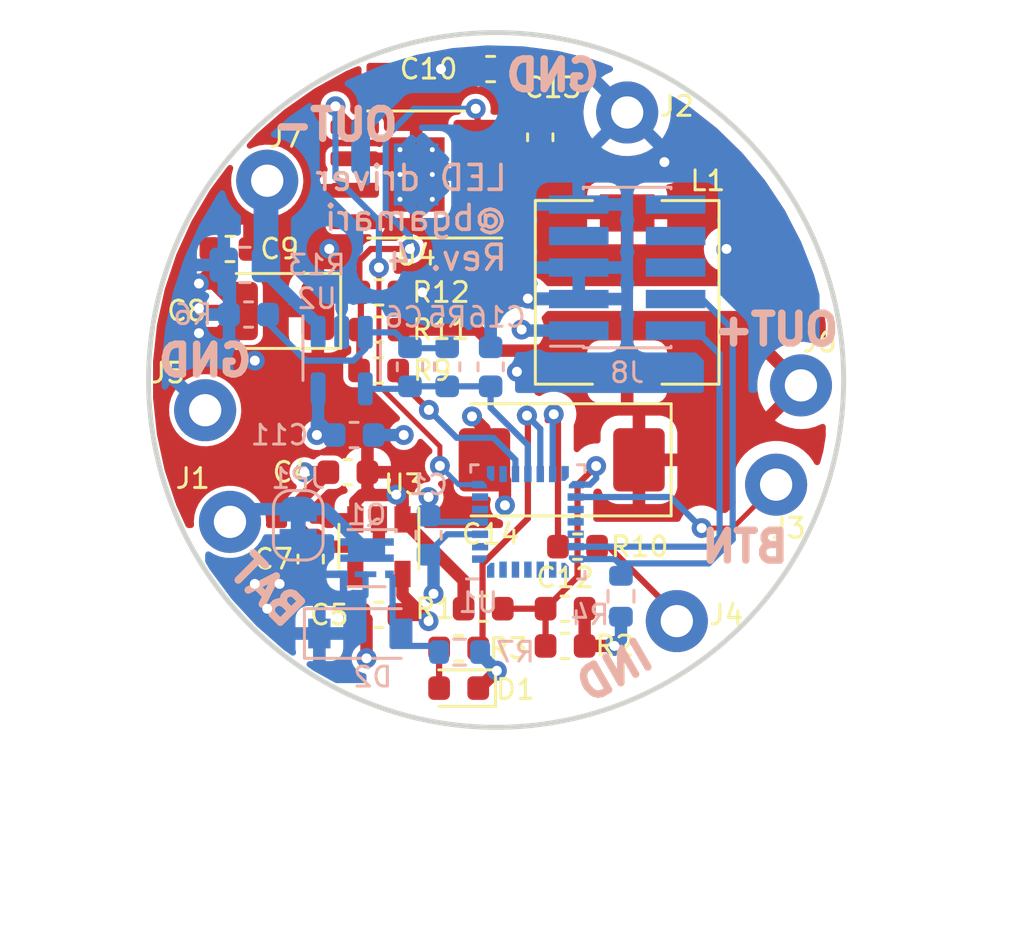
<source format=kicad_pcb>
(kicad_pcb (version 20210424) (generator pcbnew)
  (title_block (title "LED lamp driver") (date "2021-05-28") (rev "4"))
  (layers (0 "F.Cu" signal) (1 "In1.Cu" signal) (2 "In2.Cu" signal) (31 "B.Cu" signal) (34 "B.Paste" user) (35 "F.Paste" user) (36 "B.SilkS" user "B.Silkscreen") (37 "F.SilkS" user "F.Silkscreen") (38 "B.Mask" user) (39 "F.Mask" user) (44 "Edge.Cuts" user))
  (net 0 "")
  (net 1 "/SWDIO")
  (net 2 "/ISENSE")
  (net 3 "GND")
  (net 4 "/SETPOINT")
  (net 5 "+3V3")
  (net 6 "/EN")
  (net 7 "/BTN")
  (net 8 "/LED_P")
  (net 9 "/SW")
  (net 10 "/LED1")
  (net 11 "/LED2")
  (net 12 "Net-(C6-Pad1)")
  (net 13 "Net-(D1-Pad2)")
  (net 14 "Net-(J4-Pad1)")
  (net 15 "Net-(C7-Pad1)")
  (net 16 "/~RESET")
  (net 18 "Net-(C10-Pad1)")
  (net 19 "Net-(R11-Pad2)")
  (net 21 "/RESET")
  (net 23 "/SWDCLK")
  (net 24 "/ISENSE_BUFD")
  (net 38 "Net-(C13-Pad1)")
  (net 39 "/VBAT_SENSE")
  (net 43 "/Vin")
  (net 44 "/Vbat")
  (net 45 "Net-(D2-Pad2)")
  (footprint "Resistor_SMD:R_0603_1608Metric" (layer "F.Cu") (at 131 80.25)
    (fp_text reference "R12" (at 2.5 0 unlocked) (layer "F.SilkS") (effects (font (size 0.8 0.8) (thickness 0.12))))
    (fp_text value "47k")
    (pad "1" smd roundrect locked (at -0.7875 0) (size 0.875 0.95) (layers "F.Cu" "F.Paste" "F.Mask") (net 19 "Net-(R11-Pad2)"))
    (pad "2" smd roundrect locked (at 0.7875 0) (size 0.875 0.95) (layers "F.Cu" "F.Paste" "F.Mask") (net 3 "GND"))
  )
  (footprint "Resistor_SMD:R_0603_1608Metric" (layer "F.Cu") (at 131 81.75 180)
    (fp_text reference "R11" (at -2.5 0 unlocked) (layer "F.SilkS") (effects (font (size 0.8 0.8) (thickness 0.12))))
    (fp_text value "100k")
    (pad "1" smd roundrect locked (at -0.7875 0 180) (size 0.875 0.95) (layers "F.Cu" "F.Paste" "F.Mask") (net 8 "/LED_P"))
    (pad "2" smd roundrect locked (at 0.7875 0 180) (size 0.875 0.95) (layers "F.Cu" "F.Paste" "F.Mask") (net 19 "Net-(R11-Pad2)"))
  )
  (footprint "Resistor_SMD:R_0603_1608Metric" (layer "F.Cu") (at 130.9875 83.4)
    (fp_text reference "R9" (at 2.1625 0 unlocked) (layer "F.SilkS") (effects (font (size 0.8 0.8) (thickness 0.12))))
    (fp_text value "220k")
    (pad "1" smd roundrect locked (at -0.7875 0) (size 0.875 0.95) (layers "F.Cu" "F.Paste" "F.Mask") (net 19 "Net-(R11-Pad2)"))
    (pad "2" smd roundrect locked (at 0.7875 0) (size 0.875 0.95) (layers "F.Cu" "F.Paste" "F.Mask") (net 4 "/SETPOINT"))
  )
  (footprint "Resistor_SMD:R_0603_1608Metric" (layer "F.Cu") (at 134.2125 94.6)
    (fp_text reference "R3" (at 2 0 unlocked) (layer "F.SilkS") (effects (font (size 0.8 0.8) (thickness 0.12))))
    (fp_text value "1k")
    (pad "1" smd roundrect locked (at -0.7875 0) (size 0.875 0.95) (layers "F.Cu" "F.Paste" "F.Mask") (net 13 "Net-(D1-Pad2)"))
    (pad "2" smd roundrect locked (at 0.7875 0) (size 0.875 0.95) (layers "F.Cu" "F.Paste" "F.Mask") (net 10 "/LED1"))
  )
  (footprint "Package_TO_SOT_SMD:SOT-23-5" (layer "F.Cu") (at 131 90.5 -90)
    (fp_text reference "U3" (at -2.5 -1 unlocked) (layer "F.SilkS") (effects (font (size 0.8 0.8) (thickness 0.12))))
    (fp_text value "LP2985-33")
    (pad "1" smd rect locked (at -1.1 -0.95 270) (size 1.06 0.65) (layers "F.Cu" "F.Paste" "F.Mask") (net 43 "/Vin"))
    (pad "2" smd rect locked (at -1.1 0 270) (size 1.06 0.65) (layers "F.Cu" "F.Paste" "F.Mask") (net 3 "GND"))
    (pad "3" smd rect locked (at -1.1 0.95 270) (size 1.06 0.65) (layers "F.Cu" "F.Paste" "F.Mask") (net 43 "/Vin"))
    (pad "4" smd rect locked (at 1.1 0.95 270) (size 1.06 0.65) (layers "F.Cu" "F.Paste" "F.Mask") (net 15 "Net-(C7-Pad1)"))
    (pad "5" smd rect locked (at 1.1 -0.95 270) (size 1.06 0.65) (layers "F.Cu" "F.Paste" "F.Mask") (net 5 "+3V3"))
  )
  (footprint "Capacitor_SMD:C_0603_1608Metric" (layer "F.Cu") (at 135.5 71.25 180)
    (fp_text reference "C10" (at 2.5 0 unlocked) (layer "F.SilkS") (effects (font (size 0.8 0.8) (thickness 0.12))))
    (fp_text value "4.7n")
    (pad "1" smd roundrect locked (at -0.7875 0 180) (size 0.875 0.95) (layers "F.Cu" "F.Paste" "F.Mask") (net 18 "Net-(C10-Pad1)"))
    (pad "2" smd roundrect locked (at 0.7875 0 180) (size 0.875 0.95) (layers "F.Cu" "F.Paste" "F.Mask") (net 3 "GND"))
  )
  (footprint "Capacitor_SMD:C_0603_1608Metric" (layer "F.Cu") (at 125 78.5 180)
    (fp_text reference "C9" (at -2 0 unlocked) (layer "F.SilkS") (effects (font (size 0.8 0.8) (thickness 0.12))))
    (fp_text value "100n")
    (pad "1" smd roundrect locked (at -0.7875 0 180) (size 0.875 0.95) (layers "F.Cu" "F.Paste" "F.Mask") (net 43 "/Vin"))
    (pad "2" smd roundrect locked (at 0.7875 0 180) (size 0.875 0.95) (layers "F.Cu" "F.Paste" "F.Mask") (net 3 "GND"))
  )
  (footprint "LED_SMD:LED_0603_1608Metric" (layer "F.Cu") (at 134.2125 96.2 180)
    (fp_text reference "D1" (at -2.2875 -0.05 unlocked) (layer "F.SilkS") (effects (font (size 0.8 0.8) (thickness 0.12))))
    (fp_text value "GREEN")
    (pad "1" smd roundrect locked (at -0.7875 0 180) (size 0.875 0.95) (layers "F.Cu" "F.Paste" "F.Mask") (net 3 "GND"))
    (pad "2" smd roundrect locked (at 0.7875 0 180) (size 0.875 0.95) (layers "F.Cu" "F.Paste" "F.Mask") (net 13 "Net-(D1-Pad2)"))
  )
  (footprint "Connector_Wire:SolderWirePad_1x01_Drill1mm" (layer "F.Cu") (at 147 88)
    (fp_text reference "J3" (at 0.5 1.75 unlocked) (layer "F.SilkS") (effects (font (size 0.8 0.8) (thickness 0.12))))
    (fp_text value "Conn_01x01_Female")
    (pad "1" thru_hole circle locked (at 0 0) (size 2.49936 2.49936) (drill 1.3) (layers *.Cu *.Mask) (net 7 "/BTN"))
  )
  (footprint "Capacitor_SMD:C_0603_1608Metric" (layer "F.Cu") (at 131 93.25 180)
    (fp_text reference "C5" (at 2 0 unlocked) (layer "F.SilkS") (effects (font (size 0.8 0.8) (thickness 0.12))))
    (fp_text value "4.7u")
    (pad "1" smd roundrect locked (at -0.7875 0 180) (size 0.875 0.95) (layers "F.Cu" "F.Paste" "F.Mask") (net 5 "+3V3"))
    (pad "2" smd roundrect locked (at 0.7875 0 180) (size 0.875 0.95) (layers "F.Cu" "F.Paste" "F.Mask") (net 3 "GND"))
  )
  (footprint "Connector_Wire:SolderWirePad_1x01_Drill1mm" (layer "F.Cu") (at 126.5 75.75)
    (fp_text reference "J7" (at 0.75 -1.75 unlocked) (layer "F.SilkS") (effects (font (size 0.8 0.8) (thickness 0.12))))
    (fp_text value "Conn_01x01_Female")
    (pad "1" thru_hole circle locked (at 0 0) (size 2.49936 2.49936) (drill 1.3) (layers *.Cu *.Mask) (net 2 "/ISENSE"))
  )
  (footprint "Connector_Wire:SolderWirePad_1x01_Drill1mm" (layer "F.Cu") (at 148 84)
    (fp_text reference "J6" (at 0.75 -1.75 unlocked) (layer "F.SilkS") (effects (font (size 0.8 0.8) (thickness 0.12))))
    (fp_text value "Conn_01x01_Female")
    (pad "1" thru_hole circle locked (at 0 0) (size 2.49936 2.49936) (drill 1.3) (layers *.Cu *.Mask) (net 8 "/LED_P"))
  )
  (footprint "Connector_Wire:SolderWirePad_1x01_Drill1mm" (layer "F.Cu") (at 141 73)
    (fp_text reference "J2" (at 2 -0.25 unlocked) (layer "F.SilkS") (effects (font (size 0.8 0.8) (thickness 0.12))))
    (fp_text value "Conn_01x01_Female")
    (pad "1" thru_hole circle locked (at 0 0) (size 2.49936 2.49936) (drill 1.3) (layers *.Cu *.Mask) (net 3 "GND"))
  )
  (footprint "Connector_Wire:SolderWirePad_1x01_Drill1mm" (layer "F.Cu") (at 125 89.5)
    (fp_text reference "J1" (at -1.5 -1.75 unlocked) (layer "F.SilkS") (effects (font (size 0.8 0.8) (thickness 0.12))))
    (fp_text value "Conn_01x01_Female")
    (pad "1" thru_hole circle locked (at 0 0) (size 2.49936 2.49936) (drill 1.3) (layers *.Cu *.Mask) (net 44 "/Vbat"))
  )
  (footprint "Resistor_SMD:R_0603_1608Metric" (layer "F.Cu") (at 139 90.5 180)
    (fp_text reference "R10" (at -2.5 0 unlocked) (layer "F.SilkS") (effects (font (size 0.8 0.8) (thickness 0.12))))
    (fp_text value "1k")
    (pad "1" smd roundrect locked (at -0.7875 0 180) (size 0.875 0.95) (layers "F.Cu" "F.Paste" "F.Mask") (net 14 "Net-(J4-Pad1)"))
    (pad "2" smd roundrect locked (at 0.7875 0 180) (size 0.875 0.95) (layers "F.Cu" "F.Paste" "F.Mask") (net 11 "/LED2"))
  )
  (footprint "Connector_Wire:SolderWirePad_1x01_Drill1mm" (layer "F.Cu") (at 124 85)
    (fp_text reference "J5" (at -1.5 -1.5 unlocked) (layer "F.SilkS") (effects (font (size 0.8 0.8) (thickness 0.12))))
    (fp_text value "Conn_01x01_Female")
    (pad "1" thru_hole circle locked (at 0 0) (size 2.49936 2.49936) (drill 1.3) (layers *.Cu *.Mask) (net 3 "GND"))
  )
  (footprint "Connector_Wire:SolderWirePad_1x01_Drill1mm" (layer "F.Cu") (at 143 93.5)
    (fp_text reference "J4" (at 2 -0.25 unlocked) (layer "F.SilkS") (effects (font (size 0.8 0.8) (thickness 0.12))))
    (fp_text value "Conn_01x01_Female")
    (pad "1" thru_hole circle locked (at 0 0) (size 2.49936 2.49936) (drill 1.3) (layers *.Cu *.Mask) (net 14 "Net-(J4-Pad1)"))
  )
  (footprint "Capacitor_Tantalum_SMD:CP_EIA-3528-12_Kemet-T" (layer "F.Cu") (at 127 81 180)
    (fp_text reference "C8" (at 3.75 0 unlocked) (layer "F.SilkS") (effects (font (size 0.8 0.8) (thickness 0.12))))
    (fp_text value "10u")
    (pad "1" smd roundrect locked (at -1.5375 0 180) (size 1.325 2.35) (layers "F.Cu" "F.Paste" "F.Mask") (roundrect_rratio 0.1886792453) (net 43 "/Vin"))
    (pad "2" smd roundrect locked (at 1.5375 0 180) (size 1.325 2.35) (layers "F.Cu" "F.Paste" "F.Mask") (roundrect_rratio 0.1886792453) (net 3 "GND"))
  )
  (footprint "Capacitor_SMD:C_0603_1608Metric" (layer "F.Cu") (at 128.25 91 90)
    (fp_text reference "C7" (at 0 -1.5 unlocked) (layer "F.SilkS") (effects (font (size 0.8 0.8) (thickness 0.12))))
    (fp_text value "10n")
    (pad "1" smd roundrect locked (at -0.7875 0 90) (size 0.875 0.95) (layers "F.Cu" "F.Paste" "F.Mask") (net 15 "Net-(C7-Pad1)"))
    (pad "2" smd roundrect locked (at 0.7875 0 90) (size 0.875 0.95) (layers "F.Cu" "F.Paste" "F.Mask") (net 3 "GND"))
  )
  (footprint "Inductor_SMD:L_7.3x7.3_H4.5" (layer "F.Cu") (at 141 80.25 -90)
    (fp_text reference "L1" (at -4.5 -3.25 unlocked) (layer "F.SilkS") (effects (font (size 0.8 0.8) (thickness 0.12))))
    (fp_text value "2.2u")
    (pad "1" smd rect locked (at -3.2 0 270) (size 1.5 2.2) (layers "F.Cu" "F.Paste" "F.Mask") (net 9 "/SW"))
    (pad "2" smd rect locked (at 3.2 0 270) (size 1.5 2.2) (layers "F.Cu" "F.Paste" "F.Mask") (net 8 "/LED_P"))
  )
  (footprint "Capacitor_Tantalum_SMD:CP_EIA-7343-15_Kemet-W" (layer "F.Cu") (at 138.3625 87 180)
    (fp_text reference "C14" (at 2.8625 -3 unlocked) (layer "F.SilkS") (effects (font (size 0.8 0.8) (thickness 0.12))))
    (fp_text value "22u")
    (pad "1" smd roundrect locked (at -3.1125 0 180) (size 2.075 2.55) (layers "F.Cu" "F.Paste" "F.Mask") (roundrect_rratio 0.1204819277) (net 8 "/LED_P"))
    (pad "2" smd roundrect locked (at 3.1125 0 180) (size 2.075 2.55) (layers "F.Cu" "F.Paste" "F.Mask") (roundrect_rratio 0.1204819277) (net 3 "GND"))
  )
  (footprint "Capacitor_SMD:C_0603_1608Metric" (layer "F.Cu") (at 129.75 87.5 180)
    (fp_text reference "C4" (at 2.25 0 unlocked) (layer "F.SilkS") (effects (font (size 0.8 0.8) (thickness 0.12))))
    (fp_text value "4.7u")
    (pad "1" smd roundrect locked (at -0.7875 0 180) (size 0.875 0.95) (layers "F.Cu" "F.Paste" "F.Mask") (net 43 "/Vin"))
    (pad "2" smd roundrect locked (at 0.7875 0 180) (size 0.875 0.95) (layers "F.Cu" "F.Paste" "F.Mask") (net 3 "GND"))
  )
  (footprint "Resistor_SMD:R_0603_1608Metric" (layer "F.Cu") (at 135.2 93 180)
    (fp_text reference "R1" (at 1.95 0 unlocked) (layer "F.SilkS") (effects (font (size 0.8 0.8) (thickness 0.12))))
    (fp_text value "680k")
    (pad "1" smd roundrect locked (at -0.7875 0 180) (size 0.875 0.95) (layers "F.Cu" "F.Paste" "F.Mask") (net 39 "/VBAT_SENSE"))
    (pad "2" smd roundrect locked (at 0.7875 0 180) (size 0.875 0.95) (layers "F.Cu" "F.Paste" "F.Mask") (net 43 "/Vin"))
  )
  (footprint "Resistor_SMD:R_0603_1608Metric" (layer "F.Cu") (at 138.5 94.5 180)
    (fp_text reference "R2" (at -2 0 unlocked) (layer "F.SilkS") (effects (font (size 0.8 0.8) (thickness 0.12))))
    (fp_text value "220k")
    (pad "1" smd roundrect locked (at -0.7875 0 180) (size 0.875 0.95) (layers "F.Cu" "F.Paste" "F.Mask") (net 3 "GND"))
    (pad "2" smd roundrect locked (at 0.7875 0 180) (size 0.875 0.95) (layers "F.Cu" "F.Paste" "F.Mask") (net 39 "/VBAT_SENSE"))
  )
  (footprint "Package_SO:SOIC-8-1EP_3.9x4.9mm_P1.27mm_EP2.29x3mm_ThermalVias" (layer "F.Cu") (at 132.5 75.5 180)
    (fp_text reference "U4" (at 0 -3.25 unlocked) (layer "F.SilkS") (effects (font (size 0.8 0.8) (thickness 0.12))))
    (fp_text value "LMR23625")
    (pad "1" smd roundrect locked (at -2.475 -1.905 180) (size 1.95 0.6) (layers "F.Cu" "F.Paste" "F.Mask") (net 9 "/SW"))
    (pad "2" smd roundrect locked (at -2.475 -0.635 180) (size 1.95 0.6) (layers "F.Cu" "F.Paste" "F.Mask") (net 38 "Net-(C13-Pad1)"))
    (pad "3" smd roundrect locked (at -2.475 0.635 180) (size 1.95 0.6) (layers "F.Cu" "F.Paste" "F.Mask") (net 18 "Net-(C10-Pad1)"))
    (pad "4" smd roundrect locked (at -2.475 1.905 180) (size 1.95 0.6) (layers "F.Cu" "F.Paste" "F.Mask") (net 19 "Net-(R11-Pad2)"))
    (pad "5" smd roundrect locked (at 2.475 1.905 180) (size 1.95 0.6) (layers "F.Cu" "F.Paste" "F.Mask") (net 6 "/EN"))
    (pad "6" smd roundrect locked (at 2.475 0.635 180) (size 1.95 0.6) (layers "F.Cu" "F.Paste" "F.Mask") (net 3 "GND"))
    (pad "7" smd roundrect locked (at 2.475 -0.635 180) (size 1.95 0.6) (layers "F.Cu" "F.Paste" "F.Mask") (net 43 "/Vin"))
    (pad "8" smd roundrect locked (at 2.475 -1.905 180) (size 1.95 0.6) (layers "F.Cu" "F.Paste" "F.Mask") (net 3 "GND"))
    (pad "9" smd rect locked (at 0 0 180) (size 1.8 2.5) (layers "B.Cu") (net 3 "GND"))
    (pad "9" thru_hole circle locked (at 0.65 0 180) (size 0.5 0.5) (drill 0.2) (layers *.Cu) (net 3 "GND"))
    (pad "9" thru_hole circle locked (at 0.65 1 180) (size 0.5 0.5) (drill 0.2) (layers *.Cu) (net 3 "GND"))
    (pad "9" thru_hole circle locked (at 0.65 -1 180) (size 0.5 0.5) (drill 0.2) (layers *.Cu) (net 3 "GND"))
    (pad "9" thru_hole circle locked (at -0.65 -1 180) (size 0.5 0.5) (drill 0.2) (layers *.Cu) (net 3 "GND"))
    (pad "9" thru_hole circle locked (at -0.65 1 180) (size 0.5 0.5) (drill 0.2) (layers *.Cu) (net 3 "GND"))
    (pad "9" thru_hole circle locked (at -0.65 0 180) (size 0.5 0.5) (drill 0.2) (layers *.Cu) (net 3 "GND"))
    (pad "9" smd rect locked (at 0 0 180) (size 2.29 3) (layers "F.Cu" "F.Mask") (net 3 "GND"))
  )
  (footprint "Capacitor_SMD:C_0603_1608Metric" (layer "F.Cu") (at 138.5 93)
    (fp_text reference "C12" (at 0 -1.25 unlocked) (layer "F.SilkS") (effects (font (size 0.8 0.8) (thickness 0.12))))
    (fp_text value "10n")
    (pad "1" smd roundrect locked (at -0.7875 0) (size 0.875 0.95) (layers "F.Cu" "F.Paste" "F.Mask") (net 39 "/VBAT_SENSE"))
    (pad "2" smd roundrect locked (at 0.7875 0) (size 0.875 0.95) (layers "F.Cu" "F.Paste" "F.Mask") (net 3 "GND"))
  )
  (footprint "Capacitor_SMD:C_0603_1608Metric" (layer "F.Cu") (at 137.5 74 90)
    (fp_text reference "C13" (at 2 0.5 unlocked) (layer "F.SilkS") (effects (font (size 0.8 0.8) (thickness 0.12))))
    (fp_text value "10n")
    (pad "1" smd roundrect locked (at -0.775 0 90) (size 0.9 0.95) (layers "F.Cu" "F.Paste" "F.Mask") (net 38 "Net-(C13-Pad1)"))
    (pad "2" smd roundrect locked (at 0.775 0 90) (size 0.9 0.95) (layers "F.Cu" "F.Paste" "F.Mask") (net 9 "/SW"))
  )
  (footprint "Resistor_SMD:R_0603_1608Metric" (layer "B.Cu") (at 125.75 81.14375)
    (fp_text reference "R6" (at -2.25 0 unlocked) (layer "B.SilkS") (effects (font (size 0.8 0.8) (thickness 0.12)) (justify mirror)))
    (fp_text value "1k")
    (pad "1" smd roundrect locked (at -0.7875 0) (size 0.875 0.95) (layers "B.Cu" "B.Paste" "B.Mask") (net 3 "GND"))
    (pad "2" smd roundrect locked (at 0.7875 0) (size 0.875 0.95) (layers "B.Cu" "B.Paste" "B.Mask") (net 12 "Net-(C6-Pad1)"))
  )
  (footprint "Resistor_SMD:R_0603_1608Metric" (layer "B.Cu") (at 133.75 83.25 -90)
    (fp_text reference "R5" (at -2 0 unlocked) (layer "B.SilkS") (effects (font (size 0.8 0.8) (thickness 0.12)) (justify mirror)))
    (fp_text value "100k")
    (pad "1" smd roundrect locked (at -0.7875 0 270) (size 0.875 0.95) (layers "B.Cu" "B.Paste" "B.Mask") (net 12 "Net-(C6-Pad1)"))
    (pad "2" smd roundrect locked (at 0.7875 0 270) (size 0.875 0.95) (layers "B.Cu" "B.Paste" "B.Mask") (net 24 "/ISENSE_BUFD"))
  )
  (footprint "Resistor_SMD:R_0805_2012Metric" (layer "B.Cu") (at 125.6 79.14375 180)
    (fp_text reference "R13" (at -2.9 0 unlocked) (layer "B.SilkS") (effects (font (size 0.8 0.8) (thickness 0.12)) (justify mirror)))
    (fp_text value "0.01")
    (pad "1" smd roundrect locked (at -0.85 0 180) (size 1.15 1.4) (layers "B.Cu" "B.Paste" "B.Mask") (roundrect_rratio 0.2173913043) (net 2 "/ISENSE"))
    (pad "2" smd roundrect locked (at 0.85 0 180) (size 1.15 1.4) (layers "B.Cu" "B.Paste" "B.Mask") (roundrect_rratio 0.2173913043) (net 3 "GND"))
  )
  (footprint "Capacitor_SMD:C_0603_1608Metric" (layer "B.Cu") (at 132.25 83.25 -90)
    (fp_text reference "C6" (at -2 0.25 unlocked) (layer "B.SilkS") (effects (font (size 0.8 0.8) (thickness 0.12)) (justify mirror)))
    (fp_text value "4.7n")
    (pad "1" smd roundrect locked (at -0.7875 0 270) (size 0.875 0.95) (layers "B.Cu" "B.Paste" "B.Mask") (net 12 "Net-(C6-Pad1)"))
    (pad "2" smd roundrect locked (at 0.7875 0 270) (size 0.875 0.95) (layers "B.Cu" "B.Paste" "B.Mask") (net 24 "/ISENSE_BUFD"))
  )
  (footprint "Capacitor_SMD:C_0603_1608Metric" (layer "B.Cu") (at 130 86)
    (fp_text reference "C11" (at -3 0 unlocked) (layer "B.SilkS") (effects (font (size 0.8 0.8) (thickness 0.12)) (justify mirror)))
    (fp_text value "100n")
    (pad "1" smd roundrect locked (at -0.7875 0) (size 0.875 0.95) (layers "B.Cu" "B.Paste" "B.Mask") (net 5 "+3V3"))
    (pad "2" smd roundrect locked (at 0.7875 0) (size 0.875 0.95) (layers "B.Cu" "B.Paste" "B.Mask") (net 3 "GND"))
  )
  (footprint "Capacitor_SMD:C_0603_1608Metric" (layer "B.Cu") (at 135.5 83.25 90)
    (fp_text reference "C16" (at 2 0.25 unlocked) (layer "B.SilkS") (effects (font (size 0.8 0.8) (thickness 0.12)) (justify mirror)))
    (fp_text value "10n")
    (pad "1" smd roundrect locked (at -0.7875 0 90) (size 0.875 0.95) (layers "B.Cu" "B.Paste" "B.Mask") (net 24 "/ISENSE_BUFD"))
    (pad "2" smd roundrect locked (at 0.7875 0 90) (size 0.875 0.95) (layers "B.Cu" "B.Paste" "B.Mask") (net 3 "GND"))
  )
  (footprint "Capacitor_SMD:C_0603_1608Metric" (layer "B.Cu") (at 133 90.0375 90)
    (fp_text reference "C1" (at 2.0375 0 unlocked) (layer "B.SilkS") (effects (font (size 0.8 0.8) (thickness 0.12)) (justify mirror)))
    (fp_text value "100n")
    (pad "1" smd roundrect locked (at -0.7875 0 90) (size 0.875 0.95) (layers "B.Cu" "B.Paste" "B.Mask") (net 5 "+3V3"))
    (pad "2" smd roundrect locked (at 0.7875 0 90) (size 0.875 0.95) (layers "B.Cu" "B.Paste" "B.Mask") (net 3 "GND"))
  )
  (footprint "Package_TO_SOT_SMD:SOT-23-5" (layer "B.Cu") (at 129.5 83 -90)
    (fp_text reference "U2" (at -2.5 1 unlocked) (layer "B.SilkS") (effects (font (size 0.8 0.8) (thickness 0.12)) (justify mirror)))
    (fp_text value "TLV333")
    (pad "1" smd roundrect locked (at -1.1375 0.95 270) (size 1.325 0.6) (layers "B.Cu" "B.Paste" "B.Mask") (net 2 "/ISENSE"))
    (pad "2" smd roundrect locked (at -1.1375 0 270) (size 1.325 0.6) (layers "B.Cu" "B.Paste" "B.Mask") (net 3 "GND"))
    (pad "3" smd roundrect locked (at -1.1375 -0.95 270) (size 1.325 0.6) (layers "B.Cu" "B.Paste" "B.Mask") (net 12 "Net-(C6-Pad1)"))
    (pad "4" smd roundrect locked (at 1.1375 -0.95 270) (size 1.325 0.6) (layers "B.Cu" "B.Paste" "B.Mask") (net 24 "/ISENSE_BUFD"))
    (pad "5" smd roundrect locked (at 1.1375 0.95 270) (size 1.325 0.6) (layers "B.Cu" "B.Paste" "B.Mask") (net 5 "+3V3"))
  )
  (footprint "Resistor_SMD:R_0603_1608Metric" (layer "B.Cu") (at 134.25 94.75)
    (fp_text reference "R7" (at 2.25 0 unlocked) (layer "B.SilkS") (effects (font (size 0.8 0.8) (thickness 0.12)) (justify mirror)))
    (fp_text value "R")
    (pad "1" smd roundrect locked (at -0.825 0) (size 0.8 0.95) (layers "B.Cu" "B.Paste" "B.Mask") (net 45 "Net-(D2-Pad2)"))
    (pad "2" smd roundrect locked (at 0.825 0) (size 0.8 0.95) (layers "B.Cu" "B.Paste" "B.Mask") (net 3 "GND"))
  )
  (footprint "lamp:QFN-28_4.3x4.3_Pitch0.5mm" (layer "B.Cu") (at 137 89.5)
    (fp_text reference "U1" (at -2 3.25 unlocked) (layer "B.SilkS") (effects (font (size 0.8 0.8) (thickness 0.12)) (justify mirror)))
    (fp_text value "STM32G071GxU")
    (pad "1" smd roundrect locked (at -1.95 1.5 270) (size 0.3 0.6) (layers "B.Cu" "B.Paste" "B.Mask") (roundrect_rratio 0) (chamfer_ratio 0.5) (chamfer top_right))
    (pad "2" smd rect locked (at -1.925 1 270) (size 0.3 0.65) (layers "B.Cu" "B.Paste" "B.Mask"))
    (pad "3" smd rect locked (at -1.925 0.5 270) (size 0.3 0.65) (layers "B.Cu" "B.Paste" "B.Mask") (net 5 "+3V3"))
    (pad "4" smd rect locked (at -1.925 0 270) (size 0.3 0.65) (layers "B.Cu" "B.Paste" "B.Mask") (net 3 "GND"))
    (pad "5" smd rect locked (at -1.925 -0.5 270) (size 0.3 0.65) (layers "B.Cu" "B.Paste" "B.Mask") (net 21 "/RESET"))
    (pad "6" smd rect locked (at -1.925 -1 270) (size 0.3 0.65) (layers "B.Cu" "B.Paste" "B.Mask"))
    (pad "7" smd roundrect locked (at -1.95 -1.5 270) (size 0.3 0.6) (layers "B.Cu" "B.Paste" "B.Mask") (roundrect_rratio 0) (chamfer_ratio 0.5) (chamfer top_left) (net 6 "/EN"))
    (pad "8" smd roundrect locked (at -1.5 -1.95) (size 0.3 0.6) (layers "B.Cu" "B.Paste" "B.Mask") (roundrect_rratio 0) (chamfer_ratio 0.5) (chamfer bottom_left))
    (pad "9" smd rect locked (at -1 -1.925) (size 0.3 0.65) (layers "B.Cu" "B.Paste" "B.Mask"))
    (pad "10" smd rect locked (at -0.5 -1.925) (size 0.3 0.65) (layers "B.Cu" "B.Paste" "B.Mask") (net 4 "/SETPOINT"))
    (pad "11" smd rect locked (at 0 -1.925) (size 0.3 0.65) (layers "B.Cu" "B.Paste" "B.Mask") (net 24 "/ISENSE_BUFD"))
    (pad "12" smd rect locked (at 0.5 -1.925) (size 0.3 0.65) (layers "B.Cu" "B.Paste" "B.Mask") (net 10 "/LED1"))
    (pad "13" smd rect locked (at 1 -1.925) (size 0.3 0.65) (layers "B.Cu" "B.Paste" "B.Mask") (net 11 "/LED2"))
    (pad "14" smd roundrect locked (at 1.5 -1.95) (size 0.3 0.6) (layers "B.Cu" "B.Paste" "B.Mask") (roundrect_rratio 0) (chamfer_ratio 0.5) (chamfer bottom_right))
    (pad "15" smd roundrect locked (at 1.95 -1.5 270) (size 0.3 0.6) (layers "B.Cu" "B.Paste" "B.Mask") (roundrect_rratio 0) (chamfer_ratio 0.5) (chamfer bottom_left) (net 39 "/VBAT_SENSE"))
    (pad "16" smd rect locked (at 1.925 -1 270) (size 0.3 0.65) (layers "B.Cu" "B.Paste" "B.Mask") (net 7 "/BTN"))
    (pad "17" smd rect locked (at 1.925 -0.5 270) (size 0.3 0.65) (layers "B.Cu" "B.Paste" "B.Mask"))
    (pad "18" smd rect locked (at 1.925 0 270) (size 0.3 0.65) (layers "B.Cu" "B.Paste" "B.Mask"))
    (pad "19" smd rect locked (at 1.925 0.5 270) (size 0.3 0.65) (layers "B.Cu" "B.Paste" "B.Mask"))
    (pad "20" smd rect locked (at 1.925 1 270) (size 0.3 0.65) (layers "B.Cu" "B.Paste" "B.Mask") (net 1 "/SWDIO"))
    (pad "21" smd roundrect locked (at 1.95 1.5 270) (size 0.3 0.6) (layers "B.Cu" "B.Paste" "B.Mask") (roundrect_rratio 0) (chamfer_ratio 0.5) (chamfer bottom_right) (net 23 "/SWDCLK"))
    (pad "22" smd roundrect locked (at 1.5 1.95) (size 0.3 0.6) (layers "B.Cu" "B.Paste" "B.Mask") (roundrect_rratio 0) (chamfer_ratio 0.5) (chamfer top_right))
    (pad "23" smd rect locked (at 1 1.925) (size 0.3 0.65) (layers "B.Cu" "B.Paste" "B.Mask"))
    (pad "24" smd rect locked (at 0.5 1.925) (size 0.3 0.65) (layers "B.Cu" "B.Paste" "B.Mask"))
    (pad "25" smd rect locked (at 0 1.925) (size 0.3 0.65) (layers "B.Cu" "B.Paste" "B.Mask"))
    (pad "26" smd rect locked (at -0.5 1.925) (size 0.3 0.65) (layers "B.Cu" "B.Paste" "B.Mask"))
    (pad "27" smd rect locked (at -1 1.925) (size 0.3 0.65) (layers "B.Cu" "B.Paste" "B.Mask"))
    (pad "28" smd roundrect locked (at -1.5 1.95) (size 0.3 0.6) (layers "B.Cu" "B.Paste" "B.Mask") (roundrect_rratio 0) (chamfer_ratio 0.5) (chamfer top_left))
  )
  (footprint "Diode_SMD:D_SOD-123" (layer "B.Cu") (at 130.25 94)
    (fp_text reference "D2" (at 0.5 1.75 unlocked) (layer "B.SilkS") (effects (font (size 0.8 0.8) (thickness 0.12)) (justify mirror)))
    (fp_text value "5.1V")
    (pad "1" smd rect locked (at -1.65 0) (size 0.9 1.2) (layers "B.Cu" "B.Paste" "B.Mask") (net 43 "/Vin"))
    (pad "2" smd rect locked (at 1.65 0) (size 0.9 1.2) (layers "B.Cu" "B.Paste" "B.Mask") (net 45 "Net-(D2-Pad2)"))
  )
  (footprint "Resistor_SMD:R_0603_1608Metric" (layer "B.Cu") (at 140.75 92.5 90)
    (fp_text reference "R4" (at -0.75 -1.25 unlocked) (layer "B.SilkS") (effects (font (size 0.8 0.8) (thickness 0.12)) (justify mirror)))
    (fp_text value "470k")
    (pad "1" smd roundrect locked (at -0.825 0 90) (size 0.8 0.95) (layers "B.Cu" "B.Paste" "B.Mask") (net 3 "GND"))
    (pad "2" smd roundrect locked (at 0.825 0 90) (size 0.8 0.95) (layers "B.Cu" "B.Paste" "B.Mask") (net 23 "/SWDCLK"))
  )
  (footprint "Package_TO_SOT_SMD:Vishay_PowerPAK_SC70-6L_Single" (layer "B.Cu") (at 130.5 90.9625 180)
    (fp_text reference "Q1" (at 0 1.75 unlocked) (layer "B.SilkS") (effects (font (size 0.8 0.8) (thickness 0.12)) (justify mirror)))
    (fp_text value "SIA483DJ-T1-GE3‎")
    (pad "1" smd custom locked (at 0 0.325 180) (size 1.5 0.95) (layers "B.Cu" "B.Mask") (net 44 "/Vbat") (options (clearance outline) (anchor rect)) (primitives (gr_poly (pts (xy -1.1 0.475) (xy 1.1 0.475) (xy 1.1 0.175) (xy -1.1 0.175)) (width 0) (fill yes)) (gr_poly (pts (xy -1.1 -0.175) (xy 1.1 -0.175) (xy 1.1 -0.475) (xy -1.1 -0.475)) (width 0) (fill yes))))
    (pad "3" smd rect locked (at -0.925 -0.65 180) (size 0.35 0.3) (layers "B.Cu" "B.Paste" "B.Mask") (net 45 "Net-(D2-Pad2)"))
    (pad "4" smd rect locked (at 0.925 -0.65 180) (size 0.35 0.3) (layers "B.Cu" "B.Paste" "B.Mask") (net 43 "/Vin"))
    (pad "4" smd rect locked (at 0.04 -0.65 180) (size 0.87 0.235) (layers "B.Cu" "B.Paste" "B.Mask") (net 43 "/Vin"))
  )
  (footprint "Jumper:SolderJumper-2_P1.3mm_Bridged_RoundedPad1.0x1.5mm" (layer "B.Cu") (at 127.75 89.6375 -90)
    (fp_text reference "JP1" (at -1.8875 0 unlocked) (layer "B.SilkS") (effects (font (size 0.8 0.8) (thickness 0.12)) (justify mirror)))
    (fp_text value "Jumper_2_Bridged")
    (fp_poly (pts (xy 0.25 0.3) (xy -0.25 0.3) (xy -0.25 -0.3) (xy 0.25 -0.3)) (layer "B.Cu") (width 0) (fill solid))
    (pad "1" smd custom locked (at -0.65 0 270) (size 1 0.5) (layers "B.Cu" "B.Mask") (net 44 "/Vbat") (options (clearance outline) (anchor rect)) (primitives (gr_circle (center 0 -0.25) (end 0.5 -0.25) (width 0) (fill yes)) (gr_circle (center 0 0.25) (end 0.5 0.25) (width 0) (fill yes)) (gr_poly (pts (xy 0 0.75) (xy 0.5 0.75) (xy 0.5 -0.75) (xy 0 -0.75)) (width 0) (fill yes))))
    (pad "2" smd custom locked (at 0.65 0 270) (size 1 0.5) (layers "B.Cu" "B.Mask") (net 43 "/Vin") (options (clearance outline) (anchor rect)) (primitives (gr_circle (center 0 -0.25) (end 0.5 -0.25) (width 0) (fill yes)) (gr_circle (center 0 0.25) (end 0.5 0.25) (width 0) (fill yes)) (gr_poly (pts (xy 0 0.75) (xy -0.5 0.75) (xy -0.5 -0.75) (xy 0 -0.75)) (width 0) (fill yes))))
  )
  (footprint "Connector_PinHeader_1.27mm:PinHeader_2x05_P1.27mm_Vertical_SMD" (layer "B.Cu") (at 141 79.25)
    (fp_text reference "J8" (at 0 4.235 unlocked) (layer "B.SilkS") (effects (font (size 0.8 0.8) (thickness 0.12)) (justify mirror)))
    (fp_text value "Conn_ARM_JTAG_SWD_10")
    (pad "1" smd rect locked (at -1.95 2.54) (size 2.4 0.74) (layers "B.Cu" "B.Paste" "B.Mask") (net 5 "+3V3"))
    (pad "2" smd rect locked (at 1.95 2.54) (size 2.4 0.74) (layers "B.Cu" "B.Paste" "B.Mask") (net 1 "/SWDIO"))
    (pad "3" smd rect locked (at -1.95 1.27) (size 2.4 0.74) (layers "B.Cu" "B.Paste" "B.Mask") (net 3 "GND"))
    (pad "4" smd rect locked (at 1.95 1.27) (size 2.4 0.74) (layers "B.Cu" "B.Paste" "B.Mask") (net 23 "/SWDCLK"))
    (pad "5" smd rect locked (at -1.95 0) (size 2.4 0.74) (layers "B.Cu" "B.Paste" "B.Mask") (net 3 "GND"))
    (pad "6" smd rect locked (at 1.95 0) (size 2.4 0.74) (layers "B.Cu" "B.Paste" "B.Mask"))
    (pad "7" smd rect locked (at -1.95 -1.27) (size 2.4 0.74) (layers "B.Cu" "B.Paste" "B.Mask"))
    (pad "8" smd rect locked (at 1.95 -1.27) (size 2.4 0.74) (layers "B.Cu" "B.Paste" "B.Mask"))
    (pad "9" smd rect locked (at -1.95 -2.54) (size 2.4 0.74) (layers "B.Cu" "B.Paste" "B.Mask") (net 3 "GND"))
    (pad "10" smd rect locked (at 1.95 -2.54) (size 2.4 0.74) (layers "B.Cu" "B.Paste" "B.Mask") (net 16 "/~RESET"))
  )
  (gr_circle (center 135.720026 83.779974) (end 149.720026 83.779974) (layer "Edge.Cuts") (width 0.2) (fill none))
  (gr_text "OUT-" (at 129.25 73.5) (layer "B.SilkS") (effects (font (size 1.2 1.2) (thickness 0.3)) (justify mirror)))
  (gr_text "GND\n" (at 124 83) (layer "B.SilkS") (effects (font (size 1.2 1.2) (thickness 0.3)) (justify mirror)))
  (gr_text "BAT" (at 126.5 92.25 -45) (layer "B.SilkS") (effects (font (size 1.2 1.2) (thickness 0.3)) (justify mirror)))
  (gr_text "GND" (at 138 71.5) (layer "B.SilkS") (effects (font (size 1.2 1.2) (thickness 0.3)) (justify mirror)))
  (gr_text "BTN" (at 145.75 90.5) (layer "B.SilkS") (effects (font (size 1.2 1.2) (thickness 0.3)) (justify mirror)))
  (gr_text "LED driver\n@bgamari\nRev. ${REVISION}" (at 136.25 77.25) (layer "B.SilkS") (effects (font (size 1 1)) (justify left mirror)))
  (gr_text "OUT+" (at 147 81.75) (layer "B.SilkS") (effects (font (size 1.2 1.2) (thickness 0.3)) (justify mirror)))
  (gr_text "IND" (at 140.5 95.5 30) (layer "B.SilkS") (effects (font (size 1.2 1.2) (thickness 0.3)) (justify mirror)))
  (segment (start 138.925 90.5) (end 144.322262 90.5) (width 0.25) (layer "B.Cu") (net 1))
  (segment (start 144.322262 90.5) (end 144.724501 90.097761) (width 0.25) (layer "B.Cu") (net 1))
  (segment (start 144.724501 90.097761) (end 144.724501 82.734501) (width 0.25) (layer "B.Cu") (net 1))
  (segment (start 144.724501 82.734501) (end 143.78 81.79) (width 0.25) (layer "B.Cu") (net 1))
  (segment (start 126.45 79.45) (end 128.55 81.55) (width 0.5) (layer "B.Cu") (net 2))
  (segment (start 126.45 79.14375) (end 126.45 75.55) (width 1) (layer "B.Cu") (net 2))
  (segment (start 135.25 87) (end 135.25 85.75) (width 0.5) (layer "F.Cu") (net 3))
  (segment (start 130.025 74.865) (end 131.485 74.865) (width 0.5) (layer "F.Cu") (net 3))
  (segment (start 125.4625 81) (end 124.56875 81.89375) (width 0.5) (layer "F.Cu") (net 3))
  (segment (start 124.2125 78.5) (end 124.2125 79.43125) (width 0.5) (layer "F.Cu") (net 3))
  (segment (start 131 90.25) (end 131 89.4) (width 0.5) (layer "F.Cu") (net 3))
  (segment (start 128.25 90.2125) (end 127.75 89.7125) (width 0.5) (layer "F.Cu") (net 3))
  (segment (start 124.56875 81.89375) (end 123.75 81.89375) (width 0.5) (layer "F.Cu") (net 3))
  (segment (start 125.4625 81) (end 124.35625 79.89375) (width 0.5) (layer "F.Cu") (net 3))
  (segment (start 131.7875 80.25) (end 132.75 80.25) (width 0.5) (layer "F.Cu") (net 3))
  (segment (start 130.2125 93.140304) (end 130.5 93.427804) (width 0.5) (layer "F.Cu") (net 3))
  (segment (start 139.2875 93) (end 139.2875 94.5) (width 0.5) (layer "F.Cu") (net 3))
  (segment (start 134.7125 71.25) (end 133.5 71.25) (width 0.5) (layer "F.Cu") (net 3))
  (segment (start 125.4625 81) (end 123.85625 81) (width 0.5) (layer "F.Cu") (net 3))
  (segment (start 128.9625 87.5) (end 128 87.5) (width 0.5) (layer "F.Cu") (net 3))
  (segment (start 130.75 90.5) (end 128.7875 90.5) (width 0.5) (layer "F.Cu") (net 3))
  (segment (start 128.9625 87.5) (end 127.75 88.7125) (width 0.5) (layer "F.Cu") (net 3))
  (segment (start 124.2125 79.43125) (end 123.75 79.89375) (width 0.5) (layer "F.Cu") (net 3))
  (segment (start 127.75 89.7125) (end 127.75 89.5) (width 0.5) (layer "F.Cu") (net 3))
  (segment (start 130.5 93.427804) (end 130.5 95) (width 0.5) (layer "F.Cu") (net 3))
  (segment (start 136.07599 87.82599) (end 136.07599 88.832543) (width 0.5) (layer "F.Cu") (net 3))
  (segment (start 124.35625 79.89375) (end 123.75 79.89375) (width 0.5) (layer "F.Cu") (net 3))
  (segment (start 128.5 90.2125) (end 128.7875 90.5) (width 0.5) (layer "F.Cu") (net 3))
  (segment (start 135.25 85.75) (end 134.75 85.25) (width 0.5) (layer "F.Cu") (net 3))
  (segment (start 130.75 90.5) (end 131 90.25) (width 0.5) (layer "F.Cu") (net 3))
  (segment (start 128.25 90.2125) (end 128.5 90.2125) (width 0.5) (layer "F.Cu") (net 3))
  (segment (start 131.485 74.865) (end 131.85 74.5) (width 0.5) (layer "F.Cu") (net 3))
  (segment (start 135.25 87) (end 136.07599 87.82599) (width 0.5) (layer "F.Cu") (net 3))
  (segment (start 135.05 96.2) (end 135.75 95.5) (width 0.5) (layer "F.Cu") (net 3))
  (segment (start 139.2875 94.5) (end 140.487694 94.5) (width 0.5) (layer "F.Cu") (net 3))
  (segment (start 123.85625 81) (end 123.75 80.89375) (width 0.5) (layer "F.Cu") (net 3))
  (segment (start 127.75 88.7125) (end 127.75 89.5) (width 0.5) (layer "F.Cu") (net 3))
  (via (at 145 78.5) (size 0.8) (drill 0.4) (layers "F.Cu" "B.Cu") (net 3))
  (via (at 142.5 75) (size 0.8) (drill 0.4) (layers "F.Cu" "B.Cu") (net 3))
  (via (at 132 86) (size 0.8) (drill 0.4) (layers "F.Cu" "B.Cu") (net 3))
  (via (at 132.75 80.25) (size 0.8) (drill 0.4) (layers "F.Cu" "B.Cu") (net 3))
  (via (at 123.75 79.89375) (size 0.8) (drill 0.4) (layers "F.Cu" "B.Cu") (net 3))
  (via (at 137 80.5) (size 0.8) (drill 0.4) (layers "F.Cu" "B.Cu") (net 3))
  (via (at 123.75 81.89375) (size 0.8) (drill 0.4) (layers "F.Cu" "B.Cu") (net 3))
  (via (at 134.75 85.25) (size 0.8) (drill 0.4) (layers "F.Cu" "B.Cu") (net 3))
  (via (at 130.5 95) (size 0.8) (drill 0.4) (layers "F.Cu" "B.Cu") (net 3))
  (via (at 136.558428 83.449001) (size 0.8) (drill 0.4) (layers "F.Cu" "B.Cu") (net 3))
  (via (at 128 87.5) (size 0.8) (drill 0.4) (layers "F.Cu" "B.Cu") (net 3))
  (via (at 135.75 95.5) (size 0.8) (drill 0.4) (layers "F.Cu" "B.Cu") (net 3))
  (via (at 140.487694 94.5) (size 0.8) (drill 0.4) (layers "F.Cu" "B.Cu") (net 3))
  (via (at 136.07599 88.832543) (size 0.8) (drill 0.4) (layers "F.Cu" "B.Cu") (net 3))
  (via (at 133 88.5) (size 0.8) (drill 0.4) (layers "F.Cu" "B.Cu") (net 3))
  (via (at 133.5 71.25) (size 0.8) (drill 0.4) (layers "F.Cu" "B.Cu") (net 3))
  (via (at 123.75 80.89375) (size 0.8) (drill 0.4) (layers "F.Cu" "B.Cu") (net 3))
  (segment (start 133 88.5) (end 133 89.25) (width 0.5) (layer "B.Cu") (net 3))
  (segment (start 140.75 94.237694) (end 140.75 93.325) (width 0.5) (layer "B.Cu") (net 3))
  (segment (start 135.075 89.5) (end 133.25 89.5) (width 0.25) (layer "B.Cu") (net 3))
  (segment (start 137 80.5) (end 139.03 80.5) (width 0.5) (layer "B.Cu") (net 3))
  (segment (start 125 79.39375) (end 125 81.10625) (width 0.5) (layer "B.Cu") (net 3))
  (segment (start 135.075 94.75) (end 135.075 94.825) (width 0.5) (layer "B.Cu") (net 3))
  (segment (start 130.5 94.825) (end 130.5 95) (width 0.5) (layer "B.Cu") (net 3))
  (segment (start 140.487694 94.5) (end 140.75 94.237694) (width 0.5) (layer "B.Cu") (net 3))
  (segment (start 135.075 94.825) (end 135.75 95.5) (width 0.5) (layer "B.Cu") (net 3))
  (segment (start 140.75 93.325) (end 140.5 93.325) (width 0.5) (layer "B.Cu") (net 3))
  (segment (start 130.7875 86) (end 132 86) (width 0.5) (layer "B.Cu") (net 3))
  (segment (start 131.775 83.750494) (end 133.012253 84.987747) (width 0.25) (layer "F.Cu") (net 4))
  (via (at 133.012253 84.987747) (size 0.8) (drill 0.4) (layers "F.Cu" "B.Cu") (net 4))
  (segment (start 136.5 87.575) (end 136.5 87) (width 0.25) (layer "B.Cu") (net 4))
  (segment (start 136.5 87) (end 135.611906 86.111906) (width 0.25) (layer "B.Cu") (net 4))
  (segment (start 135.611906 86.111906) (end 134.136412 86.111906) (width 0.25) (layer "B.Cu") (net 4))
  (segment (start 134.136412 86.111906) (end 133.012253 84.987747) (width 0.25) (layer "B.Cu") (net 4))
  (segment (start 131.95 91.6) (end 131.95 92.45) (width 0.5) (layer "F.Cu") (net 5))
  (segment (start 131.95 92.45) (end 133 93.5) (width 0.5) (layer "F.Cu") (net 5))
  (segment (start 131.7875 93.25) (end 132.75 93.25) (width 0.5) (layer "F.Cu") (net 5))
  (via (at 136.75 81.75) (size 0.8) (drill 0.4) (layers "F.Cu" "B.Cu") (net 5))
  (via (at 133 93.5) (size 0.8) (drill 0.4) (layers "F.Cu" "B.Cu") (net 5))
  (via (at 133.2 92.4) (size 0.8) (drill 0.4) (layers "F.Cu" "B.Cu") (net 5))
  (via (at 128.5 86) (size 0.8) (drill 0.4) (layers "F.Cu" "B.Cu") (net 5))
  (segment (start 128.5 85.5) (end 128.5 86) (width 0.5) (layer "B.Cu") (net 5))
  (segment (start 139.05 81.79) (end 136.79 81.79) (width 0.5) (layer "B.Cu") (net 5))
  (segment (start 133.2 91.025) (end 133 90.825) (width 0.5) (layer "B.Cu") (net 5))
  (segment (start 129.1 86) (end 128.55 85.45) (width 0.5) (layer "B.Cu") (net 5))
  (segment (start 133.75 90) (end 133.2 90.55) (width 0.25) (layer "B.Cu") (net 5))
  (segment (start 128.55 85.45) (end 128.5 85.5) (width 0.5) (layer "B.Cu") (net 5))
  (segment (start 128.55 84.1375) (end 128.55 85.45) (width 0.5) (layer "B.Cu") (net 5))
  (segment (start 133.2 92.4) (end 133.2 91.025) (width 0.5) (layer "B.Cu") (net 5))
  (segment (start 133.2 90.55) (end 133.2 92.4) (width 0.25) (layer "B.Cu") (net 5))
  (segment (start 135.075 90) (end 133.75 90) (width 0.25) (layer "B.Cu") (net 5))
  (segment (start 136.79 81.79) (end 136.75 81.75) (width 0.5) (layer "B.Cu") (net 5))
  (segment (start 129.25 72.75) (end 129.25 72.82) (width 0.25) (layer "F.Cu") (net 6))
  (segment (start 131 79.5) (end 131 79.25) (width 0.25) (layer "F.Cu") (net 6))
  (segment (start 129.25 72.82) (end 130.025 73.595) (width 0.25) (layer "F.Cu") (net 6))
  (segment (start 133.455996 86.455996) (end 131 84) (width 0.2) (layer "F.Cu") (net 6))
  (segment (start 133.455996 87.243999) (end 133.455996 86.455996) (width 0.2) (layer "F.Cu") (net 6))
  (segment (start 131 84) (end 131 79.5) (width 0.2) (layer "F.Cu") (net 6))
  (via (at 131 79.25) (size 0.8) (drill 0.4) (layers "F.Cu" "B.Cu") (net 6))
  (via (at 133.455996 87.243999) (size 0.8) (drill 0.4) (layers "F.Cu" "B.Cu") (net 6))
  (via (at 129.25 72.75) (size 0.8) (drill 0.4) (layers "F.Cu" "B.Cu") (net 6))
  (segment (start 131 77.369824) (end 131 79.25) (width 0.25) (layer "B.Cu") (net 6))
  (segment (start 129.25 72.75) (end 129.25 75.619824) (width 0.25) (layer "B.Cu") (net 6))
  (segment (start 134.95 88) (end 134.211997 88) (width 0.2) (layer "B.Cu") (net 6))
  (segment (start 134.211997 88) (end 133.455996 87.243999) (width 0.2) (layer "B.Cu") (net 6))
  (segment (start 129.25 75.619824) (end 131 77.369824) (width 0.25) (layer "B.Cu") (net 6))
  (segment (start 147 88) (end 145.25 89.75) (width 0.2) (layer "F.Cu") (net 7))
  (segment (start 145.25 89.75) (end 144 89.75) (width 0.2) (layer "F.Cu") (net 7))
  (via (at 144 89.75) (size 0.8) (drill 0.4) (layers "F.Cu" "B.Cu") (net 7))
  (segment (start 142.75 88.5) (end 144 89.75) (width 0.25) (layer "B.Cu") (net 7))
  (segment (start 138.925 88.5) (end 142.75 88.5) (width 0.25) (layer "B.Cu") (net 7))
  (segment (start 131.7875 81.75) (end 134.9625 81.75) (width 0.5) (layer "F.Cu") (net 8))
  (segment (start 135.812001 82.599501) (end 137.650499 82.599501) (width 0.5) (layer "F.Cu") (net 8))
  (segment (start 134.9625 81.75) (end 135.812001 82.599501) (width 0.5) (layer "F.Cu") (net 8))
  (segment (start 135.17452 91.189776) (end 137 89.364296) (width 0.25) (layer "F.Cu") (net 10))
  (segment (start 136.675057 85.192991) (end 136.939746 85.192991) (width 0.25) (layer "F.Cu") (net 10))
  (segment (start 137 89.364296) (end 137 85.253245) (width 0.25) (layer "F.Cu") (net 10))
  (segment (start 135.17452 94.42548) (end 135.17452 91.189776) (width 0.25) (layer "F.Cu") (net 10))
  (segment (start 136.939746 85.192991) (end 136.963499 85.216744) (width 0.25) (layer "F.Cu") (net 10))
  (segment (start 137 85.253245) (end 136.963499 85.216744) (width 0.25) (layer "F.Cu") (net 10))
  (via (at 136.963499 85.216744) (size 0.8) (drill 0.4) (layers "F.Cu" "B.Cu") (net 10))
  (segment (start 137.5 87.575) (end 137.5 85.753245) (width 0.25) (layer "B.Cu") (net 10))
  (segment (start 137.5 85.753245) (end 136.963499 85.216744) (width 0.25) (layer "B.Cu") (net 10))
  (segment (start 138.2125 85.332636) (end 138.042353 85.162489) (width 0.25) (layer "F.Cu") (net 11))
  (segment (start 138.200002 85) (end 138.042353 85.157649) (width 0.25) (layer "F.Cu") (net 11))
  (segment (start 138.000002 85.399998) (end 138.000002 85.20484) (width 0.25) (layer "F.Cu") (net 11))
  (segment (start 138.2125 90.5) (end 138.2125 85.332636) (width 0.25) (layer "F.Cu") (net 11))
  (segment (start 138.037513 85.162489) (end 138.042353 85.162489) (width 0.25) (layer "F.Cu") (net 11))
  (segment (start 138.042353 85.157649) (end 138.042353 85.162489) (width 0.25) (layer "F.Cu") (net 11))
  (segment (start 138 85.200002) (end 138.037513 85.162489) (width 0.25) (layer "F.Cu") (net 11))
  (segment (start 138 85.2) (end 137.8 85.4) (width 0.25) (layer "F.Cu") (net 11))
  (via (at 138.042353 85.162489) (size 0.8) (drill 0.4) (layers "F.Cu" "B.Cu") (net 11))
  (segment (start 138 85.204842) (end 138.042353 85.162489) (width 0.25) (layer "B.Cu") (net 11))
  (segment (start 138 87.575) (end 138 85.204842) (width 0.25) (layer "B.Cu") (net 11))
  (segment (start 133.75 82.5) (end 132.25 82.5) (width 0.25) (layer "B.Cu") (net 12))
  (segment (start 130.45 82.525) (end 130.45 81.8625) (width 0.25) (layer "B.Cu") (net 12))
  (segment (start 126.5375 81.489073) (end 128.048427 83) (width 0.25) (layer "B.Cu") (net 12))
  (segment (start 129.975 83) (end 130.45 82.525) (width 0.25) (layer "B.Cu") (net 12))
  (segment (start 132.25 82.4625) (end 131.65 81.8625) (width 0.25) (layer "B.Cu") (net 12))
  (segment (start 131.65 81.8625) (end 130.45 81.8625) (width 0.25) (layer "B.Cu") (net 12))
  (segment (start 128.048427 83) (end 129.975 83) (width 0.25) (layer "B.Cu") (net 12))
  (segment (start 133.425 94.6) (end 133.425 96.2) (width 0.25) (layer "F.Cu") (net 13))
  (segment (start 140.25 90.5) (end 142.5 92.75) (width 0.25) (layer "F.Cu") (net 14))
  (segment (start 139.7875 90.5) (end 140.25 90.5) (width 0.25) (layer "F.Cu") (net 14))
  (segment (start 130.031274 91.618726) (end 128.331226 91.618726) (width 0.25) (layer "F.Cu") (net 15))
  (segment (start 135.95 74.865) (end 136.5 74.315) (width 0.25) (layer "F.Cu") (net 18))
  (segment (start 136.5 74.315) (end 136.5 71.4625) (width 0.25) (layer "F.Cu") (net 18))
  (segment (start 134.975 74.865) (end 135.95 74.865) (width 0.25) (layer "F.Cu") (net 18))
  (segment (start 134.975 72.926376) (end 134.899312 72.850688) (width 0.25) (layer "F.Cu") (net 19))
  (segment (start 130.677723 78.5) (end 132.25 78.5) (width 0.25) (layer "F.Cu") (net 19))
  (segment (start 130.2125 78.965223) (end 130.677723 78.5) (width 0.25) (layer "F.Cu") (net 19))
  (segment (start 130.2125 81.75) (end 130.2125 83.3875) (width 0.25) (layer "F.Cu") (net 19))
  (segment (start 130.2125 80.25) (end 130.2125 78.965223) (width 0.25) (layer "F.Cu") (net 19))
  (segment (start 130.2725 81.81) (end 130.2725 80.31) (width 0.25) (layer "F.Cu") (net 19))
  (segment (start 134.975 73.595) (end 134.975 72.926376) (width 0.25) (layer "F.Cu") (net 19))
  (via (at 134.899312 72.850688) (size 0.8) (drill 0.4) (layers "F.Cu" "B.Cu") (net 19))
  (via (at 132.25 78.5) (size 0.8) (drill 0.4) (layers "F.Cu" "B.Cu") (net 19))
  (segment (start 132.25 78.5) (end 132.25 77.98412) (width 0.25) (layer "B.Cu") (net 19))
  (segment (start 131.275489 73.990391) (end 132.415192 72.850688) (width 0.25) (layer "B.Cu") (net 19))
  (segment (start 132.25 77.98412) (end 131.275489 77.009609) (width 0.25) (layer "B.Cu") (net 19))
  (segment (start 132.415192 72.850688) (end 134.899312 72.850688) (width 0.25) (layer "B.Cu") (net 19))
  (segment (start 131.275489 77.009609) (end 131.275489 73.990391) (width 0.25) (layer "B.Cu") (net 19))
  (segment (start 145.25 81.75) (end 145.25 90.207966) (width 0.25) (layer "B.Cu") (net 23))
  (segment (start 144.02 80.52) (end 145.25 81.75) (width 0.25) (layer "B.Cu") (net 23))
  (segment (start 140.5 91) (end 140.75 91.25) (width 0.25) (layer "B.Cu") (net 23))
  (segment (start 145.25 90.207966) (end 144.283954 91.174012) (width 0.25) (layer "B.Cu") (net 23))
  (segment (start 144.283954 91.174012) (end 140.674012 91.174012) (width 0.25) (layer "B.Cu") (net 23))
  (segment (start 140.5 91) (end 138.982922 91) (width 0.25) (layer "B.Cu") (net 23))
  (segment (start 140.75 91.425) (end 140.75 91.25) (width 0.25) (layer "B.Cu") (net 23))
  (segment (start 135.5 84.9) (end 135.5 84.0375) (width 0.25) (layer "B.Cu") (net 24))
  (segment (start 137 86.4) (end 135.5 84.9) (width 0.25) (layer "B.Cu") (net 24))
  (segment (start 133.75 84.0375) (end 135.5 84.0375) (width 0.25) (layer "B.Cu") (net 24))
  (segment (start 130.45 84.1375) (end 132.15 84.1375) (width 0.25) (layer "B.Cu") (net 24))
  (segment (start 132.25 84.0375) (end 133.75 84.0375) (width 0.25) (layer "B.Cu") (net 24))
  (segment (start 137 87.575) (end 137 86.4) (width 0.25) (layer "B.Cu") (net 24))
  (segment (start 134.975 76.135) (end 136.09 76.135) (width 0.25) (layer "F.Cu") (net 38))
  (segment (start 136.09 76.135) (end 137.475 74.75) (width 0.25) (layer "F.Cu") (net 38))
  (segment (start 138 92.7125) (end 139 91.7125) (width 0.25) (layer "F.Cu") (net 39))
  (segment (start 135.9875 93) (end 137.7125 93) (width 0.25) (layer "F.Cu") (net 39))
  (segment (start 139 88) (end 139.75 87.25) (width 0.25) (layer "F.Cu") (net 39))
  (segment (start 137.7125 93) (end 137.7125 94.5) (width 0.25) (layer "F.Cu") (net 39))
  (segment (start 139 91.7125) (end 139 88) (width 0.25) (layer "F.Cu") (net 39))
  (via (at 139.75 87.25) (size 0.8) (drill 0.4) (layers "F.Cu" "B.Cu") (net 39))
  (segment (start 138.95 88) (end 139.5 88) (width 0.25) (layer "B.Cu") (net 39))
  (segment (start 139.75 87.75) (end 139.75 87.25) (width 0.25) (layer "B.Cu") (net 39))
  (segment (start 139.5 88) (end 139.75 87.75) (width 0.25) (layer "B.Cu") (net 39))
  (segment (start 130.314999 88.419999) (end 130.05 88.684998) (width 0.5) (layer "F.Cu") (net 43))
  (segment (start 131.681375 88.419999) (end 131.699506 88.401868) (width 0.5) (layer "F.Cu") (net 43))
  (segment (start 134.4125 91.8625) (end 131.95 89.4) (width 0.5) (layer "F.Cu") (net 43))
  (segment (start 130.5375 87.25) (end 130.5375 88.207499) (width 0.5) (layer "F.Cu") (net 43))
  (segment (start 131.95 89.4) (end 131.95 88.684998) (width 0.5) (layer "F.Cu") (net 43))
  (segment (start 131.95 88.684998) (end 131.685001 88.419999) (width 0.5) (layer "F.Cu") (net 43))
  (segment (start 130.05 88.684998) (end 130.05 89.4) (width 0.5) (layer "F.Cu") (net 43))
  (segment (start 130.75 88.419999) (end 131.685001 88.419999) (width 0.5) (layer "F.Cu") (net 43))
  (segment (start 130.5375 88.207499) (end 130.75 88.419999) (width 0.5) (layer "F.Cu") (net 43))
  (segment (start 134.4125 93) (end 134.4125 91.8625) (width 0.5) (layer "F.Cu") (net 43))
  (segment (start 129 78.5) (end 128.5 79) (width 0.5) (layer "F.Cu") (net 43))
  (segment (start 128.5 79) (end 128.5 80.9625) (width 0.5) (layer "F.Cu") (net 43))
  (segment (start 130.75 88.419999) (end 130.314999 88.419999) (width 0.5) (layer "F.Cu") (net 43))
  (via (at 126 83) (size 0.8) (drill 0.4) (layers "F.Cu" "B.Cu") (net 43))
  (via (at 126 92) (size 0.8) (drill 0.4) (layers "F.Cu" "B.Cu") (net 43))
  (via (at 129 78.5) (size 0.8) (drill 0.4) (layers "F.Cu" "B.Cu") (net 43))
  (via (at 131.699506 88.401868) (size 0.8) (drill 0.4) (layers "F.Cu" "B.Cu") (net 43))
  (via (at 126.5 93) (size 0.8) (drill 0.4) (layers "F.Cu" "B.Cu") (net 43))
  (via (at 127 92) (size 0.8) (drill 0.4) (layers "F.Cu" "B.Cu") (net 43))
  (segment (start 130.46 91.6125) (end 130.46 92.46) (width 0.25) (layer "B.Cu") (net 43))
  (segment (start 127.5 88.9875) (end 125.5125 88.9875) (width 0.5) (layer "B.Cu") (net 44))
  (segment (start 127.5 88.9875) (end 128.85 88.9875) (width 0.5) (layer "B.Cu") (net 44))
  (segment (start 128.85 88.9875) (end 130.5 90.6375) (width 0.5) (layer "B.Cu") (net 44))
  (segment (start 131.55 91.7375) (end 131.55 94.5) (width 0.25) (layer "B.Cu") (net 45))
  (segment (start 133.175 94.5) (end 133.425 94.75) (width 0.25) (layer "B.Cu") (net 45))
  (segment (start 131.425 91.6125) (end 131.55 91.7375) (width 0.25) (layer "B.Cu") (net 45))
  (segment (start 131.55 94.5) (end 133.175 94.5) (width 0.25) (layer "B.Cu") (net 45))
  (zone (net 3) (net_name "GND") (layer "F.Cu") (priority 1) (connect_pads (clearance 0.16)) (min_thickness 0.254) (fill yes (thermal_gap 0.25) (thermal_bridge_width 0.508))
    (polygon (pts (xy 136.25 79.5) (xy 136.25 71) (xy 130.5 71) (xy 130.5 79.5)))
  )
  (zone (net 8) (net_name "/LED_P") (layer "F.Cu") (priority 1) (connect_pads (clearance 0.508)) (min_thickness 0.254) (fill yes (thermal_gap 0.508) (thermal_bridge_width 0.508))
    (polygon (pts (xy 137.25 81) (xy 149 81) (xy 149 89.5) (xy 137.25 89.5)))
  )
  (zone (net 9) (net_name "/SW") (layer "F.Cu") (priority 2) (connect_pads (clearance 0.508)) (min_thickness 0.254) (fill yes (thermal_gap 0.508) (thermal_bridge_width 0.508))
    (polygon (pts (xy 135.75 70.25) (xy 147.5 70.25) (xy 147.5 80) (xy 135.75 80)))
  )
  (zone (net 43) (net_name "/Vin") (layer "F.Cu") (connect_pads (clearance 0.16)) (min_thickness 0.254) (fill yes (thermal_gap 0.508) (thermal_bridge_width 0.508))
    (polygon (pts (xy 136 89.75) (xy 120 89.75) (xy 120 70) (xy 136 70)))
  )
  (zone (net 3) (net_name "GND") (layer "B.Cu") (connect_pads (clearance 0.508)) (min_thickness 0.254) (fill yes (thermal_gap 0.508) (thermal_bridge_width 0.508))
    (polygon (pts (xy 121.25 69.555448) (xy 148.75 69.555448) (xy 148.75 84.305448) (xy 121.25 84.305448)))
  )
  (zone (net 43) (net_name "/Vin") (layer "B.Cu") (connect_pads (clearance 0.16)) (min_thickness 0.254) (fill yes (thermal_gap 0.508) (thermal_bridge_width 0.508))
    (polygon (pts (xy 130.5 96) (xy 124 96) (xy 124 90) (xy 130.5 90)))
  )
)
</source>
